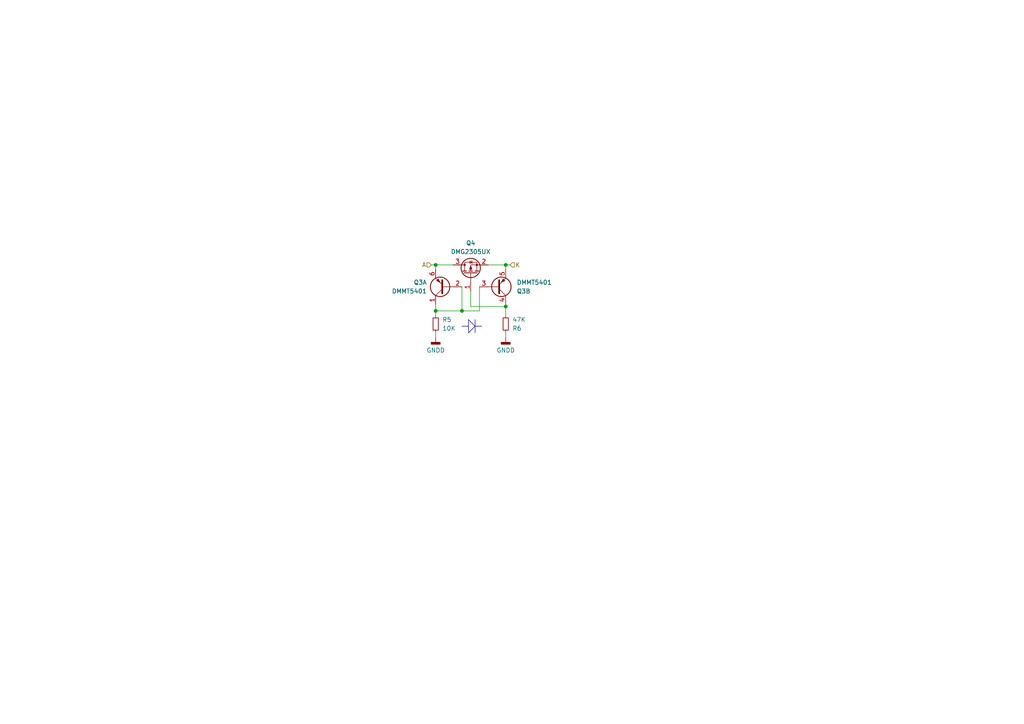
<source format=kicad_sch>
(kicad_sch (version 20230121) (generator eeschema)
  (paper "A4")
  (lib_symbols
    (symbol "Device:Q_Dual_PNP_PNP_C1B1B2C2E2E1" (pin_names (offset 0) hide)
      (property "Reference" "Q" (at 5.08 1.27 0))
      (property "Value" "Q_Dual_PNP_PNP_C1B1B2C2E2E1" (at 5.08 -1.27 0))
      (symbol "Q_Dual_PNP_PNP_C1B1B2C2E2E1_0_1"
        (polyline (pts (xy 0.635 0) (xy -2.54 0)))
        (polyline (pts (xy 0.635 0.635) (xy 2.54 2.54)))
        (polyline (pts (xy 0.635 -0.635) (xy 2.54 -2.54) (xy 2.54 -2.54)))
        (polyline (pts (xy 0.635 1.905) (xy 0.635 -1.905) (xy 0.635 -1.905)) (stroke (width 0.508)))
        (polyline (pts (xy 2.286 -1.778) (xy 1.778 -2.286) (xy 1.27 -1.27) (xy 2.286 -1.778) (xy 2.286 -1.778)) (fill (type outline)))
        (circle (center 1.27 0) (radius 2.8194) (stroke (width 0.254)))
      )
      (symbol "Q_Dual_PNP_PNP_C1B1B2C2E2E1_1_1"
        (pin passive line (at 2.54 5.08 270) (length 2.54) (name "C1") (number "1"))
        (pin input line (at -5.08 0 0) (length 2.54) (name "B1") (number "2"))
        (pin passive line (at 2.54 -5.08 90) (length 2.54) (name "E1") (number "6"))
      )
      (symbol "Q_Dual_PNP_PNP_C1B1B2C2E2E1_2_1"
        (pin input line (at -5.08 0 0) (length 2.54) (name "B2") (number "3"))
        (pin passive line (at 2.54 5.08 270) (length 2.54) (name "C2") (number "4"))
        (pin passive line (at 2.54 -5.08 90) (length 2.54) (name "E2") (number "5"))
      )
    )
    (symbol "Device:Q_PMOS_GSD" (pin_names (offset 0) hide)
      (property "Reference" "Q" (at 5.08 1.27 0))
      (property "Value" "Q_PMOS_GSD" (at 5.08 -1.27 0))
      (symbol "Q_PMOS_GSD_0_1"
        (polyline (pts (xy 0.254 0) (xy -2.54 0)))
        (polyline (pts (xy 0.254 1.905) (xy 0.254 -1.905)) (stroke (width 0.254)))
        (polyline (pts (xy 0.762 -1.27) (xy 0.762 -2.286)) (stroke (width 0.254)))
        (polyline (pts (xy 0.762 0.508) (xy 0.762 -0.508)) (stroke (width 0.254)))
        (polyline (pts (xy 0.762 2.286) (xy 0.762 1.27)) (stroke (width 0.254)))
        (polyline (pts (xy 2.54 2.54) (xy 2.54 1.778)))
        (polyline (pts (xy 2.54 -2.54) (xy 2.54 0) (xy 0.762 0)))
        (polyline (pts (xy 0.762 1.778) (xy 3.302 1.778) (xy 3.302 -1.778) (xy 0.762 -1.778)))
        (polyline (pts (xy 2.286 0) (xy 1.27 0.381) (xy 1.27 -0.381) (xy 2.286 0)) (fill (type outline)))
        (polyline (pts (xy 2.794 -0.508) (xy 2.921 -0.381) (xy 3.683 -0.381) (xy 3.81 -0.254)))
        (polyline (pts (xy 3.302 -0.381) (xy 2.921 0.254) (xy 3.683 0.254) (xy 3.302 -0.381)))
        (circle (center 1.651 0) (radius 2.794) (stroke (width 0.254)))
        (circle (center 2.54 -1.778) (radius 0.254) (fill (type outline)))
        (circle (center 2.54 1.778) (radius 0.254) (fill (type outline)))
      )
      (symbol "Q_PMOS_GSD_1_1"
        (pin input line (at -5.08 0 0) (length 2.54) (name "G") (number "1"))
        (pin passive line (at 2.54 -5.08 90) (length 2.54) (name "S") (number "2"))
        (pin passive line (at 2.54 5.08 270) (length 2.54) (name "D") (number "3"))
      )
    )
    (symbol "Device:R_Small" (pin_numbers hide) (pin_names (offset 0.254) hide)
      (property "Reference" "R" (at 0.762 0.508 0))
      (property "Value" "R_Small" (at 0.762 -1.016 0))
      (symbol "R_Small_0_1"
        (rectangle (start -0.762 1.778) (end 0.762 -1.778) (stroke (width 0.2032)))
      )
      (symbol "R_Small_1_1"
        (pin passive line (at 0 2.54 270) (length 0.762) (name "~") (number "1"))
        (pin passive line (at 0 -2.54 90) (length 0.762) (name "~") (number "2"))
      )
    )
    (symbol "power:GNDD" (power) (pin_names (offset 0))
      (property "Value" "GNDD" (at 0 -3.175 0))
      (symbol "GNDD_0_1"
        (rectangle (start -1.27 -1.524) (end 1.27 -2.032) (stroke (width 0.254)) (fill (type outline)))
        (polyline (pts (xy 0 0) (xy 0 -1.524)))
      )
      (symbol "GNDD_1_1"
        (pin power_in line (at 0 0 270) (length 0) hide (name "GNDD") (number "1"))
      )
    )
  )
  (junction (at 126.365 90.17))
  (junction (at 133.985 90.17))
  (junction (at 146.685 88.9))
  (junction (at 146.685 76.835))
  (junction (at 126.365 76.835))
  (polyline (pts (xy 137.795 94.615) (xy 139.7 94.615)))
  (wire (pts (xy 146.685 88.9) (xy 146.685 91.44)))
  (wire (pts (xy 136.525 88.9) (xy 146.685 88.9)))
  (wire (pts (xy 146.685 88.9) (xy 146.685 88.265)))
  (wire (pts (xy 139.065 83.185) (xy 139.065 90.17)))
  (polyline (pts (xy 133.985 94.615) (xy 135.89 94.615)))
  (wire (pts (xy 126.365 90.17) (xy 133.985 90.17)))
  (polyline (pts (xy 137.795 94.615) (xy 135.89 92.71)))
  (wire (pts (xy 126.365 90.17) (xy 126.365 91.44)))
  (wire (pts (xy 146.685 76.835) (xy 147.955 76.835)))
  (wire (pts (xy 146.685 76.835) (xy 146.685 78.105)))
  (polyline (pts (xy 135.89 93.345) (xy 135.89 96.52)))
  (polyline (pts (xy 137.795 92.71) (xy 137.795 96.52)))
  (wire (pts (xy 136.525 84.455) (xy 136.525 88.9)))
  (wire (pts (xy 133.985 83.185) (xy 133.985 90.17)))
  (polyline (pts (xy 135.89 96.52) (xy 137.795 94.615)))
  (wire (pts (xy 133.985 90.17) (xy 139.065 90.17)))
  (wire (pts (xy 141.605 76.835) (xy 146.685 76.835)))
  (wire (pts (xy 126.365 76.835) (xy 126.365 78.105)))
  (wire (pts (xy 146.685 96.52) (xy 146.685 97.79)))
  (wire (pts (xy 125.095 76.835) (xy 126.365 76.835)))
  (wire (pts (xy 131.445 76.835) (xy 126.365 76.835)))
  (wire (pts (xy 126.365 88.265) (xy 126.365 90.17)))
  (polyline (pts (xy 135.89 92.71) (xy 135.89 93.345)))
  (wire (pts (xy 126.365 96.52) (xy 126.365 97.79)))
  (hierarchical_label "A" (shape input) (at 125.095 76.835 180))
  (hierarchical_label "K" (shape input) (at 147.955 76.835 0))
  (symbol (lib_id "Device:R_Small") (at 126.365 93.98 0) (unit 1)
    (property "Reference" "R5" (at 128.27 92.71 0) (effects (justify left)))
    (property "Value" "10K" (at 128.27 95.25 0) (effects (justify left)))
    (property "Footprint" "Resistor_SMD:R_0805_2012Metric" (effects hide))
    (property "LCSC" "C17414" (effects hide))
    (property "Inventory" "B" (effects hide))
  )
  (symbol (lib_id "Device:Q_Dual_PNP_PNP_C1B1B2C2E2E1") (at 144.145 83.185 0) (mirror x) (unit 2)
    (property "Reference" "Q3" (at 149.86 84.455 0) (effects (justify left)))
    (property "Value" "DMMT5401" (at 149.86 81.915 0) (effects (justify left)))
    (property "Footprint" "Package_TO_SOT_SMD:SOT-23-6" (effects hide))
    (property "Datasheet" "https://www.diodes.com/assets/Datasheets/ds30437.pdf" (effects hide))
    (property "LCSC" "C154733" (effects hide))
    (property "Inventory" "E" (effects hide))
  )
  (symbol (lib_id "Device:Q_Dual_PNP_PNP_C1B1B2C2E2E1") (at 128.905 83.185 180) (unit 1)
    (property "Reference" "Q3" (at 123.825 81.915 0) (effects (justify left)))
    (property "Value" "DMMT5401" (at 123.825 84.455 0) (effects (justify left)))
    (property "Footprint" "Package_TO_SOT_SMD:SOT-23-6" (effects hide))
    (property "Datasheet" "https://www.diodes.com/assets/Datasheets/ds30437.pdf" (effects hide))
    (property "LCSC" "C154733" (effects hide))
    (property "Inventory" "E" (effects hide))
  )
  (symbol (lib_id "power:GNDD") (at 126.365 97.79 0) (unit 1)
    (property "Reference" "#PWR013" (effects hide))
    (property "Value" "GNDD" (at 126.365 101.6 0))
  )
  (symbol (lib_id "Device:R_Small") (at 146.685 93.98 0) (mirror x) (unit 1)
    (property "Reference" "R6" (at 148.59 95.25 0) (effects (justify left)))
    (property "Value" "47K" (at 148.59 92.71 0) (effects (justify left)))
    (property "Footprint" "Resistor_SMD:R_0805_2012Metric" (effects hide))
    (property "LCSC" "C17713" (effects hide))
    (property "Inventory" "B" (effects hide))
  )
  (symbol (lib_id "Device:Q_PMOS_GSD") (at 136.525 79.375 90) (unit 1)
    (property "Reference" "Q4" (at 136.525 70.485 90))
    (property "Value" "DMG2305UX" (at 136.525 73.025 90))
    (property "Footprint" "Package_TO_SOT_SMD:SOT-23" (effects hide))
    (property "Datasheet" "https://datasheet.lcsc.com/lcsc/2201241630_TECH-PUBLIC-DMG2305UX_C2940629.pdf" (effects hide))
    (property "LCSC" "C2940629" (effects hide))
    (property "Inventory" "E" (effects hide))
  )
  (symbol (lib_id "power:GNDD") (at 146.685 97.79 0) (unit 1)
    (property "Reference" "#PWR014" (effects hide))
    (property "Value" "GNDD" (at 146.685 101.6 0))
  )
)
</source>
